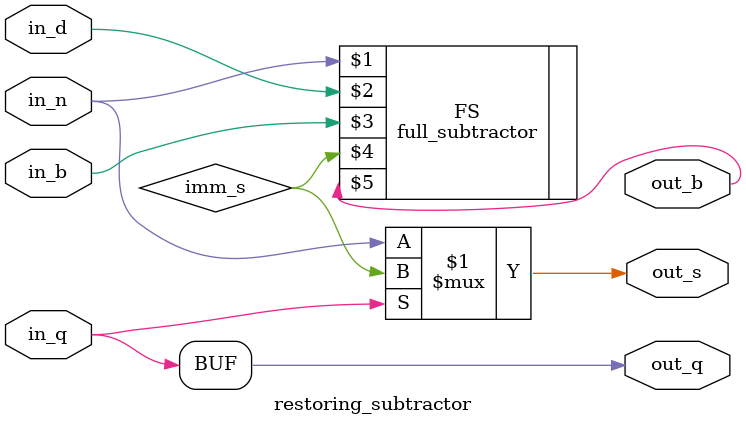
<source format=v>
module restoring_subtractor(
    input in_n,
    input in_d,
    input in_b,
    input in_q,
    output out_s,
    output out_b,
    output out_q
);
    wire imm_s;
    full_subtractor FS(in_n, in_d, in_b, imm_s, out_b);
    assign out_q = in_q;
    assign out_s = in_q ? imm_s : in_n;
endmodule
</source>
